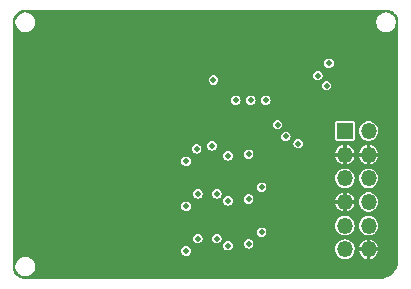
<source format=gbl>
G04 #@! TF.GenerationSoftware,KiCad,Pcbnew,8.0.5*
G04 #@! TF.CreationDate,2024-10-22T05:21:46-04:00*
G04 #@! TF.ProjectId,WarpSE-Overclocking-Board,57617270-5345-42d4-9f76-6572636c6f63,1.0*
G04 #@! TF.SameCoordinates,Original*
G04 #@! TF.FileFunction,Copper,L4,Bot*
G04 #@! TF.FilePolarity,Positive*
%FSLAX46Y46*%
G04 Gerber Fmt 4.6, Leading zero omitted, Abs format (unit mm)*
G04 Created by KiCad (PCBNEW 8.0.5) date 2024-10-22 05:21:46*
%MOMM*%
%LPD*%
G01*
G04 APERTURE LIST*
G04 #@! TA.AperFunction,ComponentPad*
%ADD10R,1.350000X1.350000*%
G04 #@! TD*
G04 #@! TA.AperFunction,ComponentPad*
%ADD11O,1.350000X1.350000*%
G04 #@! TD*
G04 #@! TA.AperFunction,ViaPad*
%ADD12C,0.500000*%
G04 #@! TD*
G04 #@! TA.AperFunction,ViaPad*
%ADD13C,0.600000*%
G04 #@! TD*
G04 APERTURE END LIST*
D10*
X103650000Y-116600000D03*
D11*
X105650000Y-116600000D03*
X103650000Y-118600000D03*
X105650000Y-118600000D03*
X103650000Y-120600000D03*
X105650000Y-120600000D03*
X103650000Y-122600000D03*
X105650000Y-122600000D03*
X103650000Y-124600000D03*
X105650000Y-124600000D03*
X103650000Y-126600000D03*
X105650000Y-126600000D03*
D12*
X75819000Y-117729000D03*
X95450000Y-123700000D03*
X99885500Y-106616500D03*
X107886500Y-120269000D03*
X77851000Y-128841500D03*
X75819000Y-126809500D03*
X91100000Y-120600000D03*
X102150000Y-115750000D03*
X91100000Y-128200000D03*
X102400000Y-120200000D03*
X107886500Y-115189000D03*
X98800000Y-128850000D03*
X77851000Y-106616500D03*
D13*
X93154500Y-108712000D03*
D12*
X75819000Y-123825000D03*
X102250000Y-123950000D03*
X99750000Y-111900000D03*
X99900000Y-120250000D03*
X87630000Y-128841500D03*
X107886500Y-122809000D03*
X93750000Y-127500000D03*
D13*
X94424500Y-108712000D03*
D12*
X103350000Y-114400000D03*
X104300000Y-113550000D03*
X98800000Y-121250000D03*
X90200000Y-120150000D03*
X98800000Y-110850000D03*
X106934000Y-128778000D03*
X82550000Y-106616500D03*
X105854500Y-106616500D03*
X93750000Y-123700000D03*
X107886500Y-108648500D03*
X75819000Y-114681000D03*
D13*
X91884500Y-108712000D03*
D12*
X91100000Y-124400000D03*
X99900000Y-127850000D03*
X93750000Y-119900000D03*
X101250000Y-115150000D03*
X75819000Y-120777000D03*
X107886500Y-125349000D03*
X95450000Y-127500000D03*
X85090000Y-128841500D03*
X107886500Y-117729000D03*
X75819000Y-111633000D03*
X82550000Y-128841500D03*
X90200000Y-127750000D03*
X95600000Y-117750000D03*
X75819000Y-108648500D03*
X101854000Y-128778000D03*
X92671000Y-128841500D03*
X102600000Y-110100000D03*
X90170000Y-128841500D03*
X107886500Y-110617000D03*
X104300000Y-115250000D03*
X98800000Y-125050000D03*
X103400000Y-111050000D03*
X101350000Y-117650000D03*
X102870000Y-106616500D03*
X90170000Y-106616500D03*
X99900000Y-124050000D03*
D13*
X96964500Y-108712000D03*
D12*
X107823000Y-127889000D03*
X99000000Y-112700000D03*
X96330000Y-116090000D03*
D13*
X95694500Y-108712000D03*
D12*
X95450000Y-119900000D03*
X87630000Y-106616500D03*
X107886500Y-112649000D03*
X85090000Y-106616500D03*
X90200000Y-123950000D03*
X104300000Y-110100000D03*
X95500000Y-118550000D03*
X97950000Y-116050000D03*
X93750000Y-122500000D03*
X92800000Y-121900000D03*
X92400000Y-117850000D03*
X96600000Y-121350000D03*
X95500000Y-122350000D03*
X101350000Y-111900000D03*
X102100000Y-112750000D03*
X95500000Y-126150000D03*
X93750000Y-118700000D03*
X99700000Y-117650000D03*
X92800000Y-125700000D03*
X93750000Y-126300000D03*
X98650000Y-117050000D03*
X102300000Y-110850000D03*
X96600000Y-125150000D03*
X95694500Y-113982500D03*
X94424500Y-113982500D03*
X96964500Y-113982500D03*
X90200000Y-122950000D03*
X90200000Y-126750000D03*
X90200000Y-119150000D03*
X91200000Y-125700000D03*
X91200000Y-121900000D03*
X91100000Y-118100000D03*
X92519500Y-112268000D03*
G04 #@! TA.AperFunction,Conductor*
G36*
X107127723Y-106325182D02*
G01*
X107301003Y-106340342D01*
X107313704Y-106342581D01*
X107478604Y-106386765D01*
X107490713Y-106391173D01*
X107645439Y-106463323D01*
X107656600Y-106469767D01*
X107772324Y-106550798D01*
X107796437Y-106567682D01*
X107806318Y-106575973D01*
X107927026Y-106696681D01*
X107935317Y-106706562D01*
X108033229Y-106846394D01*
X108039679Y-106857565D01*
X108111823Y-107012278D01*
X108116235Y-107024400D01*
X108160418Y-107189296D01*
X108162657Y-107201998D01*
X108177818Y-107375276D01*
X108178100Y-107381726D01*
X108178100Y-127505363D01*
X108177911Y-127510642D01*
X108161936Y-127733992D01*
X108160434Y-127744443D01*
X108113396Y-127960676D01*
X108110421Y-127970807D01*
X108033093Y-128178129D01*
X108028707Y-128187732D01*
X107922655Y-128381952D01*
X107916947Y-128390834D01*
X107784343Y-128567973D01*
X107777429Y-128575953D01*
X107620953Y-128732429D01*
X107612973Y-128739343D01*
X107435834Y-128871947D01*
X107426952Y-128877655D01*
X107232732Y-128983707D01*
X107223129Y-128988093D01*
X107015807Y-129065421D01*
X107005676Y-129068396D01*
X106789443Y-129115434D01*
X106778992Y-129116936D01*
X106555643Y-129132911D01*
X106550364Y-129133100D01*
X76584227Y-129133100D01*
X76577777Y-129132818D01*
X76404498Y-129117657D01*
X76391796Y-129115418D01*
X76226900Y-129071235D01*
X76214778Y-129066823D01*
X76211771Y-129065421D01*
X76060064Y-128994678D01*
X76048894Y-128988229D01*
X75909062Y-128890317D01*
X75899181Y-128882026D01*
X75778473Y-128761318D01*
X75770182Y-128751437D01*
X75759491Y-128736169D01*
X75672267Y-128611600D01*
X75665823Y-128600439D01*
X75593673Y-128445713D01*
X75589265Y-128433604D01*
X75545081Y-128268703D01*
X75542842Y-128256001D01*
X75540996Y-128234906D01*
X75527682Y-128082723D01*
X75527400Y-128076273D01*
X75527400Y-127998097D01*
X75754500Y-127998097D01*
X75754500Y-128160903D01*
X75759837Y-128187732D01*
X75786260Y-128320575D01*
X75786263Y-128320585D01*
X75848563Y-128470992D01*
X75848564Y-128470994D01*
X75848565Y-128470995D01*
X75939016Y-128606363D01*
X76054137Y-128721484D01*
X76189505Y-128811935D01*
X76339919Y-128874238D01*
X76499597Y-128906000D01*
X76499599Y-128906000D01*
X76662401Y-128906000D01*
X76662403Y-128906000D01*
X76822081Y-128874238D01*
X76972495Y-128811935D01*
X77107863Y-128721484D01*
X77222984Y-128606363D01*
X77313435Y-128470995D01*
X77375738Y-128320581D01*
X77407500Y-128160903D01*
X77407500Y-127998097D01*
X77375738Y-127838419D01*
X77313435Y-127688005D01*
X77222984Y-127552637D01*
X77107863Y-127437516D01*
X76972495Y-127347065D01*
X76972494Y-127347064D01*
X76972492Y-127347063D01*
X76822085Y-127284763D01*
X76822075Y-127284760D01*
X76715145Y-127263491D01*
X76662403Y-127253000D01*
X76499597Y-127253000D01*
X76454331Y-127262003D01*
X76339924Y-127284760D01*
X76339914Y-127284763D01*
X76189507Y-127347063D01*
X76054140Y-127437513D01*
X75939013Y-127552640D01*
X75848563Y-127688007D01*
X75786263Y-127838414D01*
X75786260Y-127838424D01*
X75759928Y-127970807D01*
X75754500Y-127998097D01*
X75527400Y-127998097D01*
X75527400Y-126750000D01*
X89794508Y-126750000D01*
X89814353Y-126875301D01*
X89814353Y-126875302D01*
X89814354Y-126875304D01*
X89871950Y-126988342D01*
X89961658Y-127078050D01*
X90074696Y-127135646D01*
X90200000Y-127155492D01*
X90325304Y-127135646D01*
X90438342Y-127078050D01*
X90528050Y-126988342D01*
X90585646Y-126875304D01*
X90605492Y-126750000D01*
X90585646Y-126624696D01*
X90528050Y-126511658D01*
X90438342Y-126421950D01*
X90325304Y-126364354D01*
X90325302Y-126364353D01*
X90325301Y-126364353D01*
X90200000Y-126344508D01*
X90074698Y-126364353D01*
X89961656Y-126421951D01*
X89871951Y-126511656D01*
X89814353Y-126624698D01*
X89794508Y-126750000D01*
X75527400Y-126750000D01*
X75527400Y-126300000D01*
X93344508Y-126300000D01*
X93364353Y-126425301D01*
X93364353Y-126425302D01*
X93364354Y-126425304D01*
X93421950Y-126538342D01*
X93511658Y-126628050D01*
X93624696Y-126685646D01*
X93750000Y-126705492D01*
X93875304Y-126685646D01*
X93988342Y-126628050D01*
X94016392Y-126600000D01*
X102819953Y-126600000D01*
X102835719Y-126750000D01*
X102838093Y-126772581D01*
X102891711Y-126937605D01*
X102891716Y-126937615D01*
X102978475Y-127087885D01*
X102978478Y-127087890D01*
X103094592Y-127216847D01*
X103234969Y-127318838D01*
X103234976Y-127318842D01*
X103393501Y-127389422D01*
X103563236Y-127425500D01*
X103563237Y-127425500D01*
X103736763Y-127425500D01*
X103736764Y-127425500D01*
X103906499Y-127389422D01*
X104065024Y-127318842D01*
X104065625Y-127318406D01*
X104205407Y-127216847D01*
X104205406Y-127216847D01*
X104205410Y-127216845D01*
X104321522Y-127087889D01*
X104408286Y-126937611D01*
X104461908Y-126772576D01*
X104480047Y-126600000D01*
X104464281Y-126449999D01*
X104836222Y-126449999D01*
X104836222Y-126450000D01*
X105276082Y-126450000D01*
X105250000Y-126547339D01*
X105250000Y-126652661D01*
X105276082Y-126750000D01*
X104836222Y-126750000D01*
X104838585Y-126772478D01*
X104892172Y-126937402D01*
X104978882Y-127087591D01*
X104978885Y-127087594D01*
X105094929Y-127216473D01*
X105235221Y-127318402D01*
X105235228Y-127318406D01*
X105393655Y-127388942D01*
X105393657Y-127388943D01*
X105500000Y-127411546D01*
X105500000Y-126973918D01*
X105597339Y-127000000D01*
X105702661Y-127000000D01*
X105800000Y-126973918D01*
X105800000Y-127411545D01*
X105906342Y-127388943D01*
X105906344Y-127388942D01*
X106064771Y-127318406D01*
X106064778Y-127318402D01*
X106205070Y-127216473D01*
X106321114Y-127087594D01*
X106321117Y-127087591D01*
X106407827Y-126937402D01*
X106461414Y-126772478D01*
X106463778Y-126750000D01*
X106023918Y-126750000D01*
X106050000Y-126652661D01*
X106050000Y-126547339D01*
X106023918Y-126450000D01*
X106463778Y-126450000D01*
X106463777Y-126449999D01*
X106461414Y-126427521D01*
X106407827Y-126262597D01*
X106321117Y-126112408D01*
X106321114Y-126112405D01*
X106205070Y-125983526D01*
X106064778Y-125881597D01*
X106064771Y-125881593D01*
X105906349Y-125811059D01*
X105800000Y-125788452D01*
X105800000Y-126226081D01*
X105702661Y-126200000D01*
X105597339Y-126200000D01*
X105500000Y-126226081D01*
X105500000Y-125788452D01*
X105499999Y-125788452D01*
X105393650Y-125811059D01*
X105235228Y-125881593D01*
X105235221Y-125881597D01*
X105094929Y-125983526D01*
X104978885Y-126112405D01*
X104978882Y-126112408D01*
X104892172Y-126262597D01*
X104838585Y-126427521D01*
X104836222Y-126449999D01*
X104464281Y-126449999D01*
X104461908Y-126427424D01*
X104441416Y-126364354D01*
X104408288Y-126262394D01*
X104408283Y-126262384D01*
X104321524Y-126112114D01*
X104321521Y-126112109D01*
X104205407Y-125983152D01*
X104065030Y-125881161D01*
X104065023Y-125881157D01*
X103906500Y-125810578D01*
X103906498Y-125810577D01*
X103772841Y-125782168D01*
X103736764Y-125774500D01*
X103563236Y-125774500D01*
X103533483Y-125780824D01*
X103393501Y-125810577D01*
X103393499Y-125810578D01*
X103234978Y-125881156D01*
X103234973Y-125881159D01*
X103094592Y-125983152D01*
X102978478Y-126112109D01*
X102978475Y-126112114D01*
X102891716Y-126262384D01*
X102891711Y-126262394D01*
X102838093Y-126427418D01*
X102838092Y-126427422D01*
X102838092Y-126427424D01*
X102819953Y-126600000D01*
X94016392Y-126600000D01*
X94078050Y-126538342D01*
X94135646Y-126425304D01*
X94155492Y-126300000D01*
X94135646Y-126174696D01*
X94123063Y-126150000D01*
X95094508Y-126150000D01*
X95114353Y-126275301D01*
X95114353Y-126275302D01*
X95114354Y-126275304D01*
X95171950Y-126388342D01*
X95261658Y-126478050D01*
X95374696Y-126535646D01*
X95500000Y-126555492D01*
X95625304Y-126535646D01*
X95738342Y-126478050D01*
X95828050Y-126388342D01*
X95885646Y-126275304D01*
X95905492Y-126150000D01*
X95885646Y-126024696D01*
X95828050Y-125911658D01*
X95738342Y-125821950D01*
X95625304Y-125764354D01*
X95625302Y-125764353D01*
X95625301Y-125764353D01*
X95500000Y-125744508D01*
X95374698Y-125764353D01*
X95261656Y-125821951D01*
X95171951Y-125911656D01*
X95114353Y-126024698D01*
X95094508Y-126150000D01*
X94123063Y-126150000D01*
X94078050Y-126061658D01*
X93988342Y-125971950D01*
X93875304Y-125914354D01*
X93875302Y-125914353D01*
X93875301Y-125914353D01*
X93750000Y-125894508D01*
X93624698Y-125914353D01*
X93511656Y-125971951D01*
X93421951Y-126061656D01*
X93364353Y-126174698D01*
X93344508Y-126300000D01*
X75527400Y-126300000D01*
X75527400Y-125700000D01*
X90794508Y-125700000D01*
X90814353Y-125825301D01*
X90814353Y-125825302D01*
X90814354Y-125825304D01*
X90871950Y-125938342D01*
X90961658Y-126028050D01*
X91074696Y-126085646D01*
X91200000Y-126105492D01*
X91325304Y-126085646D01*
X91438342Y-126028050D01*
X91528050Y-125938342D01*
X91585646Y-125825304D01*
X91605492Y-125700000D01*
X92394508Y-125700000D01*
X92414353Y-125825301D01*
X92414353Y-125825302D01*
X92414354Y-125825304D01*
X92471950Y-125938342D01*
X92561658Y-126028050D01*
X92674696Y-126085646D01*
X92800000Y-126105492D01*
X92925304Y-126085646D01*
X93038342Y-126028050D01*
X93128050Y-125938342D01*
X93185646Y-125825304D01*
X93205492Y-125700000D01*
X93185646Y-125574696D01*
X93128050Y-125461658D01*
X93038342Y-125371950D01*
X92925304Y-125314354D01*
X92925302Y-125314353D01*
X92925301Y-125314353D01*
X92800000Y-125294508D01*
X92674698Y-125314353D01*
X92561656Y-125371951D01*
X92471951Y-125461656D01*
X92414353Y-125574698D01*
X92394508Y-125700000D01*
X91605492Y-125700000D01*
X91585646Y-125574696D01*
X91528050Y-125461658D01*
X91438342Y-125371950D01*
X91325304Y-125314354D01*
X91325302Y-125314353D01*
X91325301Y-125314353D01*
X91200000Y-125294508D01*
X91074698Y-125314353D01*
X90961656Y-125371951D01*
X90871951Y-125461656D01*
X90814353Y-125574698D01*
X90794508Y-125700000D01*
X75527400Y-125700000D01*
X75527400Y-125150000D01*
X96194508Y-125150000D01*
X96214353Y-125275301D01*
X96214353Y-125275302D01*
X96214354Y-125275304D01*
X96271950Y-125388342D01*
X96361658Y-125478050D01*
X96474696Y-125535646D01*
X96600000Y-125555492D01*
X96725304Y-125535646D01*
X96838342Y-125478050D01*
X96928050Y-125388342D01*
X96985646Y-125275304D01*
X97005492Y-125150000D01*
X96985646Y-125024696D01*
X96928050Y-124911658D01*
X96838342Y-124821950D01*
X96725304Y-124764354D01*
X96725302Y-124764353D01*
X96725301Y-124764353D01*
X96600000Y-124744508D01*
X96474698Y-124764353D01*
X96474696Y-124764353D01*
X96474696Y-124764354D01*
X96458550Y-124772581D01*
X96361656Y-124821951D01*
X96271951Y-124911656D01*
X96214353Y-125024698D01*
X96194508Y-125150000D01*
X75527400Y-125150000D01*
X75527400Y-124600000D01*
X102819953Y-124600000D01*
X102838093Y-124772581D01*
X102891711Y-124937605D01*
X102891716Y-124937615D01*
X102978475Y-125087885D01*
X102978478Y-125087890D01*
X103094592Y-125216847D01*
X103234969Y-125318838D01*
X103234976Y-125318842D01*
X103393501Y-125389422D01*
X103563236Y-125425500D01*
X103563237Y-125425500D01*
X103736763Y-125425500D01*
X103736764Y-125425500D01*
X103906499Y-125389422D01*
X104065024Y-125318842D01*
X104071202Y-125314354D01*
X104205407Y-125216847D01*
X104205406Y-125216847D01*
X104205410Y-125216845D01*
X104321522Y-125087889D01*
X104408286Y-124937611D01*
X104461908Y-124772576D01*
X104480047Y-124600000D01*
X104819953Y-124600000D01*
X104838093Y-124772581D01*
X104891711Y-124937605D01*
X104891716Y-124937615D01*
X104978475Y-125087885D01*
X104978478Y-125087890D01*
X105094592Y-125216847D01*
X105234969Y-125318838D01*
X105234976Y-125318842D01*
X105393501Y-125389422D01*
X105563236Y-125425500D01*
X105563237Y-125425500D01*
X105736763Y-125425500D01*
X105736764Y-125425500D01*
X105906499Y-125389422D01*
X106065024Y-125318842D01*
X106071202Y-125314354D01*
X106205407Y-125216847D01*
X106205406Y-125216847D01*
X106205410Y-125216845D01*
X106321522Y-125087889D01*
X106408286Y-124937611D01*
X106461908Y-124772576D01*
X106480047Y-124600000D01*
X106461908Y-124427424D01*
X106408286Y-124262389D01*
X106321522Y-124112111D01*
X106321521Y-124112109D01*
X106205407Y-123983152D01*
X106065030Y-123881161D01*
X106065023Y-123881157D01*
X105906500Y-123810578D01*
X105906498Y-123810577D01*
X105772841Y-123782168D01*
X105736764Y-123774500D01*
X105563236Y-123774500D01*
X105533483Y-123780824D01*
X105393501Y-123810577D01*
X105393499Y-123810578D01*
X105234978Y-123881156D01*
X105234973Y-123881159D01*
X105094592Y-123983152D01*
X104978478Y-124112109D01*
X104978475Y-124112114D01*
X104891716Y-124262384D01*
X104891711Y-124262394D01*
X104838093Y-124427418D01*
X104819953Y-124600000D01*
X104480047Y-124600000D01*
X104461908Y-124427424D01*
X104408286Y-124262389D01*
X104321522Y-124112111D01*
X104321521Y-124112109D01*
X104205407Y-123983152D01*
X104065030Y-123881161D01*
X104065023Y-123881157D01*
X103906500Y-123810578D01*
X103906498Y-123810577D01*
X103772841Y-123782168D01*
X103736764Y-123774500D01*
X103563236Y-123774500D01*
X103533483Y-123780824D01*
X103393501Y-123810577D01*
X103393499Y-123810578D01*
X103234978Y-123881156D01*
X103234973Y-123881159D01*
X103094592Y-123983152D01*
X102978478Y-124112109D01*
X102978475Y-124112114D01*
X102891716Y-124262384D01*
X102891711Y-124262394D01*
X102838093Y-124427418D01*
X102819953Y-124600000D01*
X75527400Y-124600000D01*
X75527400Y-122950000D01*
X89794508Y-122950000D01*
X89814353Y-123075301D01*
X89814353Y-123075302D01*
X89814354Y-123075304D01*
X89871950Y-123188342D01*
X89961658Y-123278050D01*
X90074696Y-123335646D01*
X90200000Y-123355492D01*
X90325304Y-123335646D01*
X90438342Y-123278050D01*
X90528050Y-123188342D01*
X90585646Y-123075304D01*
X90605492Y-122950000D01*
X90585646Y-122824696D01*
X90528050Y-122711658D01*
X90438342Y-122621950D01*
X90325304Y-122564354D01*
X90325302Y-122564353D01*
X90325301Y-122564353D01*
X90200000Y-122544508D01*
X90074698Y-122564353D01*
X89961656Y-122621951D01*
X89871951Y-122711656D01*
X89814353Y-122824698D01*
X89794508Y-122950000D01*
X75527400Y-122950000D01*
X75527400Y-122500000D01*
X93344508Y-122500000D01*
X93364353Y-122625301D01*
X93364353Y-122625302D01*
X93364354Y-122625304D01*
X93421950Y-122738342D01*
X93511658Y-122828050D01*
X93624696Y-122885646D01*
X93750000Y-122905492D01*
X93875304Y-122885646D01*
X93988342Y-122828050D01*
X94078050Y-122738342D01*
X94135646Y-122625304D01*
X94155492Y-122500000D01*
X94135646Y-122374696D01*
X94123063Y-122350000D01*
X95094508Y-122350000D01*
X95114353Y-122475301D01*
X95114353Y-122475302D01*
X95114354Y-122475304D01*
X95171950Y-122588342D01*
X95261658Y-122678050D01*
X95374696Y-122735646D01*
X95500000Y-122755492D01*
X95625304Y-122735646D01*
X95738342Y-122678050D01*
X95828050Y-122588342D01*
X95885646Y-122475304D01*
X95889654Y-122449999D01*
X102836222Y-122449999D01*
X102836222Y-122450000D01*
X103276082Y-122450000D01*
X103250000Y-122547339D01*
X103250000Y-122652661D01*
X103276082Y-122750000D01*
X102836222Y-122750000D01*
X102838585Y-122772478D01*
X102892172Y-122937402D01*
X102978882Y-123087591D01*
X102978885Y-123087594D01*
X103094929Y-123216473D01*
X103235221Y-123318402D01*
X103235228Y-123318406D01*
X103393655Y-123388942D01*
X103393657Y-123388943D01*
X103500000Y-123411546D01*
X103500000Y-122973918D01*
X103597339Y-123000000D01*
X103702661Y-123000000D01*
X103800000Y-122973918D01*
X103800000Y-123411545D01*
X103906342Y-123388943D01*
X103906344Y-123388942D01*
X104064771Y-123318406D01*
X104064778Y-123318402D01*
X104205070Y-123216473D01*
X104321114Y-123087594D01*
X104321117Y-123087591D01*
X104407827Y-122937402D01*
X104461414Y-122772478D01*
X104463778Y-122750000D01*
X104023918Y-122750000D01*
X104050000Y-122652661D01*
X104050000Y-122600000D01*
X104819953Y-122600000D01*
X104836296Y-122755492D01*
X104838093Y-122772581D01*
X104891711Y-122937605D01*
X104891716Y-122937615D01*
X104978475Y-123087885D01*
X104978478Y-123087890D01*
X105094592Y-123216847D01*
X105234969Y-123318838D01*
X105234976Y-123318842D01*
X105393501Y-123389422D01*
X105563236Y-123425500D01*
X105563237Y-123425500D01*
X105736763Y-123425500D01*
X105736764Y-123425500D01*
X105906499Y-123389422D01*
X106065024Y-123318842D01*
X106065625Y-123318406D01*
X106205407Y-123216847D01*
X106205406Y-123216847D01*
X106205410Y-123216845D01*
X106321522Y-123087889D01*
X106408286Y-122937611D01*
X106461908Y-122772576D01*
X106480047Y-122600000D01*
X106461908Y-122427424D01*
X106422291Y-122305492D01*
X106408288Y-122262394D01*
X106408283Y-122262384D01*
X106321524Y-122112114D01*
X106321521Y-122112109D01*
X106205407Y-121983152D01*
X106065030Y-121881161D01*
X106065023Y-121881157D01*
X105906500Y-121810578D01*
X105906498Y-121810577D01*
X105772841Y-121782168D01*
X105736764Y-121774500D01*
X105563236Y-121774500D01*
X105533483Y-121780824D01*
X105393501Y-121810577D01*
X105393499Y-121810578D01*
X105234978Y-121881156D01*
X105234973Y-121881159D01*
X105094592Y-121983152D01*
X104978478Y-122112109D01*
X104978475Y-122112114D01*
X104891716Y-122262384D01*
X104891711Y-122262394D01*
X104838093Y-122427418D01*
X104838092Y-122427422D01*
X104838092Y-122427424D01*
X104819953Y-122600000D01*
X104050000Y-122600000D01*
X104050000Y-122547339D01*
X104023918Y-122450000D01*
X104463778Y-122450000D01*
X104463777Y-122449999D01*
X104461414Y-122427521D01*
X104407827Y-122262597D01*
X104321117Y-122112408D01*
X104321114Y-122112405D01*
X104205070Y-121983526D01*
X104064778Y-121881597D01*
X104064771Y-121881593D01*
X103906349Y-121811059D01*
X103800000Y-121788452D01*
X103800000Y-122226081D01*
X103702661Y-122200000D01*
X103597339Y-122200000D01*
X103500000Y-122226081D01*
X103500000Y-121788452D01*
X103499999Y-121788452D01*
X103393650Y-121811059D01*
X103235228Y-121881593D01*
X103235221Y-121881597D01*
X103094929Y-121983526D01*
X102978885Y-122112405D01*
X102978882Y-122112408D01*
X102892172Y-122262597D01*
X102838585Y-122427521D01*
X102836222Y-122449999D01*
X95889654Y-122449999D01*
X95905492Y-122350000D01*
X95885646Y-122224696D01*
X95828050Y-122111658D01*
X95738342Y-122021950D01*
X95625304Y-121964354D01*
X95625302Y-121964353D01*
X95625301Y-121964353D01*
X95500000Y-121944508D01*
X95374698Y-121964353D01*
X95261656Y-122021951D01*
X95171951Y-122111656D01*
X95114353Y-122224698D01*
X95094508Y-122350000D01*
X94123063Y-122350000D01*
X94078050Y-122261658D01*
X93988342Y-122171950D01*
X93875304Y-122114354D01*
X93875302Y-122114353D01*
X93875301Y-122114353D01*
X93750000Y-122094508D01*
X93624698Y-122114353D01*
X93511656Y-122171951D01*
X93421951Y-122261656D01*
X93364353Y-122374698D01*
X93344508Y-122500000D01*
X75527400Y-122500000D01*
X75527400Y-121900000D01*
X90794508Y-121900000D01*
X90814353Y-122025301D01*
X90814353Y-122025302D01*
X90814354Y-122025304D01*
X90871950Y-122138342D01*
X90961658Y-122228050D01*
X91074696Y-122285646D01*
X91200000Y-122305492D01*
X91325304Y-122285646D01*
X91438342Y-122228050D01*
X91528050Y-122138342D01*
X91585646Y-122025304D01*
X91605492Y-121900000D01*
X92394508Y-121900000D01*
X92414353Y-122025301D01*
X92414353Y-122025302D01*
X92414354Y-122025304D01*
X92471950Y-122138342D01*
X92561658Y-122228050D01*
X92674696Y-122285646D01*
X92800000Y-122305492D01*
X92925304Y-122285646D01*
X93038342Y-122228050D01*
X93128050Y-122138342D01*
X93185646Y-122025304D01*
X93205492Y-121900000D01*
X93185646Y-121774696D01*
X93128050Y-121661658D01*
X93038342Y-121571950D01*
X92925304Y-121514354D01*
X92925302Y-121514353D01*
X92925301Y-121514353D01*
X92800000Y-121494508D01*
X92674698Y-121514353D01*
X92561656Y-121571951D01*
X92471951Y-121661656D01*
X92414353Y-121774698D01*
X92394508Y-121900000D01*
X91605492Y-121900000D01*
X91585646Y-121774696D01*
X91528050Y-121661658D01*
X91438342Y-121571950D01*
X91325304Y-121514354D01*
X91325302Y-121514353D01*
X91325301Y-121514353D01*
X91200000Y-121494508D01*
X91074698Y-121514353D01*
X90961656Y-121571951D01*
X90871951Y-121661656D01*
X90814353Y-121774698D01*
X90794508Y-121900000D01*
X75527400Y-121900000D01*
X75527400Y-121350000D01*
X96194508Y-121350000D01*
X96214353Y-121475301D01*
X96214353Y-121475302D01*
X96214354Y-121475304D01*
X96271950Y-121588342D01*
X96361658Y-121678050D01*
X96474696Y-121735646D01*
X96600000Y-121755492D01*
X96725304Y-121735646D01*
X96838342Y-121678050D01*
X96928050Y-121588342D01*
X96985646Y-121475304D01*
X97005492Y-121350000D01*
X96985646Y-121224696D01*
X96928050Y-121111658D01*
X96838342Y-121021950D01*
X96725304Y-120964354D01*
X96725302Y-120964353D01*
X96725301Y-120964353D01*
X96600000Y-120944508D01*
X96474698Y-120964353D01*
X96361656Y-121021951D01*
X96271951Y-121111656D01*
X96214353Y-121224698D01*
X96194508Y-121350000D01*
X75527400Y-121350000D01*
X75527400Y-120600000D01*
X102819953Y-120600000D01*
X102838093Y-120772581D01*
X102891711Y-120937605D01*
X102891716Y-120937615D01*
X102978475Y-121087885D01*
X102978478Y-121087890D01*
X103094592Y-121216847D01*
X103234969Y-121318838D01*
X103234976Y-121318842D01*
X103393501Y-121389422D01*
X103563236Y-121425500D01*
X103563237Y-121425500D01*
X103736763Y-121425500D01*
X103736764Y-121425500D01*
X103906499Y-121389422D01*
X104065024Y-121318842D01*
X104205410Y-121216845D01*
X104321522Y-121087889D01*
X104408286Y-120937611D01*
X104461908Y-120772576D01*
X104480047Y-120600000D01*
X104819953Y-120600000D01*
X104838093Y-120772581D01*
X104891711Y-120937605D01*
X104891716Y-120937615D01*
X104978475Y-121087885D01*
X104978478Y-121087890D01*
X105094592Y-121216847D01*
X105234969Y-121318838D01*
X105234976Y-121318842D01*
X105393501Y-121389422D01*
X105563236Y-121425500D01*
X105563237Y-121425500D01*
X105736763Y-121425500D01*
X105736764Y-121425500D01*
X105906499Y-121389422D01*
X106065024Y-121318842D01*
X106205410Y-121216845D01*
X106321522Y-121087889D01*
X106408286Y-120937611D01*
X106461908Y-120772576D01*
X106480047Y-120600000D01*
X106461908Y-120427424D01*
X106408286Y-120262389D01*
X106321522Y-120112111D01*
X106321521Y-120112109D01*
X106205407Y-119983152D01*
X106065030Y-119881161D01*
X106065023Y-119881157D01*
X105906500Y-119810578D01*
X105906498Y-119810577D01*
X105772841Y-119782168D01*
X105736764Y-119774500D01*
X105563236Y-119774500D01*
X105533483Y-119780824D01*
X105393501Y-119810577D01*
X105393499Y-119810578D01*
X105234978Y-119881156D01*
X105234973Y-119881159D01*
X105094592Y-119983152D01*
X104978478Y-120112109D01*
X104978475Y-120112114D01*
X104891716Y-120262384D01*
X104891711Y-120262394D01*
X104838093Y-120427418D01*
X104819953Y-120600000D01*
X104480047Y-120600000D01*
X104461908Y-120427424D01*
X104408286Y-120262389D01*
X104321522Y-120112111D01*
X104321521Y-120112109D01*
X104205407Y-119983152D01*
X104065030Y-119881161D01*
X104065023Y-119881157D01*
X103906500Y-119810578D01*
X103906498Y-119810577D01*
X103772841Y-119782168D01*
X103736764Y-119774500D01*
X103563236Y-119774500D01*
X103533483Y-119780824D01*
X103393501Y-119810577D01*
X103393499Y-119810578D01*
X103234978Y-119881156D01*
X103234973Y-119881159D01*
X103094592Y-119983152D01*
X102978478Y-120112109D01*
X102978475Y-120112114D01*
X102891716Y-120262384D01*
X102891711Y-120262394D01*
X102838093Y-120427418D01*
X102819953Y-120600000D01*
X75527400Y-120600000D01*
X75527400Y-119150000D01*
X89794508Y-119150000D01*
X89814353Y-119275301D01*
X89814353Y-119275302D01*
X89814354Y-119275304D01*
X89871950Y-119388342D01*
X89961658Y-119478050D01*
X90074696Y-119535646D01*
X90200000Y-119555492D01*
X90325304Y-119535646D01*
X90438342Y-119478050D01*
X90528050Y-119388342D01*
X90585646Y-119275304D01*
X90605492Y-119150000D01*
X90585646Y-119024696D01*
X90528050Y-118911658D01*
X90438342Y-118821950D01*
X90325304Y-118764354D01*
X90325302Y-118764353D01*
X90325301Y-118764353D01*
X90200000Y-118744508D01*
X90074698Y-118764353D01*
X89961656Y-118821951D01*
X89871951Y-118911656D01*
X89814353Y-119024698D01*
X89794508Y-119150000D01*
X75527400Y-119150000D01*
X75527400Y-118700000D01*
X93344508Y-118700000D01*
X93364353Y-118825301D01*
X93364353Y-118825302D01*
X93364354Y-118825304D01*
X93421950Y-118938342D01*
X93511658Y-119028050D01*
X93624696Y-119085646D01*
X93750000Y-119105492D01*
X93875304Y-119085646D01*
X93988342Y-119028050D01*
X94078050Y-118938342D01*
X94135646Y-118825304D01*
X94155492Y-118700000D01*
X94135646Y-118574696D01*
X94123063Y-118550000D01*
X95094508Y-118550000D01*
X95114353Y-118675301D01*
X95114353Y-118675302D01*
X95114354Y-118675304D01*
X95171950Y-118788342D01*
X95261658Y-118878050D01*
X95374696Y-118935646D01*
X95500000Y-118955492D01*
X95625304Y-118935646D01*
X95738342Y-118878050D01*
X95828050Y-118788342D01*
X95885646Y-118675304D01*
X95905492Y-118550000D01*
X95889654Y-118449999D01*
X102836222Y-118449999D01*
X102836222Y-118450000D01*
X103276082Y-118450000D01*
X103250000Y-118547339D01*
X103250000Y-118652661D01*
X103276082Y-118750000D01*
X102836222Y-118750000D01*
X102838585Y-118772478D01*
X102892172Y-118937402D01*
X102978882Y-119087591D01*
X102978885Y-119087594D01*
X103094929Y-119216473D01*
X103235221Y-119318402D01*
X103235228Y-119318406D01*
X103393655Y-119388942D01*
X103393657Y-119388943D01*
X103500000Y-119411546D01*
X103500000Y-118973918D01*
X103597339Y-119000000D01*
X103702661Y-119000000D01*
X103800000Y-118973918D01*
X103800000Y-119411545D01*
X103906342Y-119388943D01*
X103906344Y-119388942D01*
X104064771Y-119318406D01*
X104064778Y-119318402D01*
X104205070Y-119216473D01*
X104321114Y-119087594D01*
X104321117Y-119087591D01*
X104407827Y-118937402D01*
X104461414Y-118772478D01*
X104463778Y-118750000D01*
X104023918Y-118750000D01*
X104050000Y-118652661D01*
X104050000Y-118547339D01*
X104023918Y-118450000D01*
X104463778Y-118450000D01*
X104463777Y-118449999D01*
X104836222Y-118449999D01*
X104836222Y-118450000D01*
X105276082Y-118450000D01*
X105250000Y-118547339D01*
X105250000Y-118652661D01*
X105276082Y-118750000D01*
X104836222Y-118750000D01*
X104838585Y-118772478D01*
X104892172Y-118937402D01*
X104978882Y-119087591D01*
X104978885Y-119087594D01*
X105094929Y-119216473D01*
X105235221Y-119318402D01*
X105235228Y-119318406D01*
X105393655Y-119388942D01*
X105393657Y-119388943D01*
X105500000Y-119411546D01*
X105500000Y-118973918D01*
X105597339Y-119000000D01*
X105702661Y-119000000D01*
X105800000Y-118973918D01*
X105800000Y-119411545D01*
X105906342Y-119388943D01*
X105906344Y-119388942D01*
X106064771Y-119318406D01*
X106064778Y-119318402D01*
X106205070Y-119216473D01*
X106321114Y-119087594D01*
X106321117Y-119087591D01*
X106407827Y-118937402D01*
X106461414Y-118772478D01*
X106463778Y-118750000D01*
X106023918Y-118750000D01*
X106050000Y-118652661D01*
X106050000Y-118547339D01*
X106023918Y-118450000D01*
X106463778Y-118450000D01*
X106463777Y-118449999D01*
X106461414Y-118427521D01*
X106407827Y-118262597D01*
X106321117Y-118112408D01*
X106321114Y-118112405D01*
X106205070Y-117983526D01*
X106064778Y-117881597D01*
X106064771Y-117881593D01*
X105906349Y-117811059D01*
X105800000Y-117788452D01*
X105800000Y-118226081D01*
X105702661Y-118200000D01*
X105597339Y-118200000D01*
X105500000Y-118226081D01*
X105500000Y-117788452D01*
X105499999Y-117788452D01*
X105393650Y-117811059D01*
X105235228Y-117881593D01*
X105235221Y-117881597D01*
X105094929Y-117983526D01*
X104978885Y-118112405D01*
X104978882Y-118112408D01*
X104892172Y-118262597D01*
X104838585Y-118427521D01*
X104836222Y-118449999D01*
X104463777Y-118449999D01*
X104461414Y-118427521D01*
X104407827Y-118262597D01*
X104321117Y-118112408D01*
X104321114Y-118112405D01*
X104205070Y-117983526D01*
X104064778Y-117881597D01*
X104064771Y-117881593D01*
X103906349Y-117811059D01*
X103800000Y-117788452D01*
X103800000Y-118226081D01*
X103702661Y-118200000D01*
X103597339Y-118200000D01*
X103500000Y-118226081D01*
X103500000Y-117788452D01*
X103499999Y-117788452D01*
X103393650Y-117811059D01*
X103235228Y-117881593D01*
X103235221Y-117881597D01*
X103094929Y-117983526D01*
X102978885Y-118112405D01*
X102978882Y-118112408D01*
X102892172Y-118262597D01*
X102838585Y-118427521D01*
X102836222Y-118449999D01*
X95889654Y-118449999D01*
X95885646Y-118424696D01*
X95828050Y-118311658D01*
X95738342Y-118221950D01*
X95625304Y-118164354D01*
X95625302Y-118164353D01*
X95625301Y-118164353D01*
X95500000Y-118144508D01*
X95374698Y-118164353D01*
X95261656Y-118221951D01*
X95171951Y-118311656D01*
X95114353Y-118424698D01*
X95094508Y-118550000D01*
X94123063Y-118550000D01*
X94078050Y-118461658D01*
X93988342Y-118371950D01*
X93875304Y-118314354D01*
X93875302Y-118314353D01*
X93875301Y-118314353D01*
X93750000Y-118294508D01*
X93624698Y-118314353D01*
X93511656Y-118371951D01*
X93421951Y-118461656D01*
X93364353Y-118574698D01*
X93344508Y-118700000D01*
X75527400Y-118700000D01*
X75527400Y-118100000D01*
X90694508Y-118100000D01*
X90714353Y-118225301D01*
X90714353Y-118225302D01*
X90714354Y-118225304D01*
X90771950Y-118338342D01*
X90861658Y-118428050D01*
X90974696Y-118485646D01*
X91100000Y-118505492D01*
X91225304Y-118485646D01*
X91338342Y-118428050D01*
X91428050Y-118338342D01*
X91485646Y-118225304D01*
X91505492Y-118100000D01*
X91485646Y-117974696D01*
X91428050Y-117861658D01*
X91416392Y-117850000D01*
X91994508Y-117850000D01*
X92014353Y-117975301D01*
X92014353Y-117975302D01*
X92014354Y-117975304D01*
X92071950Y-118088342D01*
X92161658Y-118178050D01*
X92274696Y-118235646D01*
X92400000Y-118255492D01*
X92525304Y-118235646D01*
X92638342Y-118178050D01*
X92728050Y-118088342D01*
X92785646Y-117975304D01*
X92805492Y-117850000D01*
X92785646Y-117724696D01*
X92747586Y-117650000D01*
X99294508Y-117650000D01*
X99314353Y-117775301D01*
X99314353Y-117775302D01*
X99314354Y-117775304D01*
X99371950Y-117888342D01*
X99461658Y-117978050D01*
X99574696Y-118035646D01*
X99700000Y-118055492D01*
X99825304Y-118035646D01*
X99938342Y-117978050D01*
X100028050Y-117888342D01*
X100085646Y-117775304D01*
X100105492Y-117650000D01*
X100085646Y-117524696D01*
X100028050Y-117411658D01*
X99938342Y-117321950D01*
X99825304Y-117264354D01*
X99825302Y-117264353D01*
X99825301Y-117264353D01*
X99700000Y-117244508D01*
X99574698Y-117264353D01*
X99461656Y-117321951D01*
X99371951Y-117411656D01*
X99314353Y-117524698D01*
X99294508Y-117650000D01*
X92747586Y-117650000D01*
X92728050Y-117611658D01*
X92638342Y-117521950D01*
X92525304Y-117464354D01*
X92525302Y-117464353D01*
X92525301Y-117464353D01*
X92400000Y-117444508D01*
X92274698Y-117464353D01*
X92161656Y-117521951D01*
X92071951Y-117611656D01*
X92014353Y-117724698D01*
X91994508Y-117850000D01*
X91416392Y-117850000D01*
X91338342Y-117771950D01*
X91225304Y-117714354D01*
X91225302Y-117714353D01*
X91225301Y-117714353D01*
X91100000Y-117694508D01*
X90974698Y-117714353D01*
X90861656Y-117771951D01*
X90771951Y-117861656D01*
X90714353Y-117974698D01*
X90694508Y-118100000D01*
X75527400Y-118100000D01*
X75527400Y-117050000D01*
X98244508Y-117050000D01*
X98264353Y-117175301D01*
X98264353Y-117175302D01*
X98264354Y-117175304D01*
X98321950Y-117288342D01*
X98411658Y-117378050D01*
X98524696Y-117435646D01*
X98650000Y-117455492D01*
X98775304Y-117435646D01*
X98888342Y-117378050D01*
X98978050Y-117288342D01*
X99035646Y-117175304D01*
X99055492Y-117050000D01*
X99035646Y-116924696D01*
X98978050Y-116811658D01*
X98888342Y-116721950D01*
X98775304Y-116664354D01*
X98775302Y-116664353D01*
X98775301Y-116664353D01*
X98650000Y-116644508D01*
X98524698Y-116664353D01*
X98411656Y-116721951D01*
X98321951Y-116811656D01*
X98264353Y-116924698D01*
X98244508Y-117050000D01*
X75527400Y-117050000D01*
X75527400Y-116050000D01*
X97544508Y-116050000D01*
X97564353Y-116175301D01*
X97564353Y-116175302D01*
X97564354Y-116175304D01*
X97621950Y-116288342D01*
X97711658Y-116378050D01*
X97824696Y-116435646D01*
X97950000Y-116455492D01*
X98075304Y-116435646D01*
X98188342Y-116378050D01*
X98278050Y-116288342D01*
X98335646Y-116175304D01*
X98355492Y-116050000D01*
X98335646Y-115924696D01*
X98328250Y-115910180D01*
X102824500Y-115910180D01*
X102824500Y-117289819D01*
X102833233Y-117333722D01*
X102862851Y-117378050D01*
X102866496Y-117383504D01*
X102916278Y-117416767D01*
X102960180Y-117425500D01*
X102960181Y-117425500D01*
X104339819Y-117425500D01*
X104339820Y-117425500D01*
X104383722Y-117416767D01*
X104433504Y-117383504D01*
X104466767Y-117333722D01*
X104475500Y-117289820D01*
X104475500Y-116600000D01*
X104819953Y-116600000D01*
X104838093Y-116772581D01*
X104891711Y-116937605D01*
X104891716Y-116937615D01*
X104978475Y-117087885D01*
X104978478Y-117087890D01*
X105094592Y-117216847D01*
X105234969Y-117318838D01*
X105234976Y-117318842D01*
X105393501Y-117389422D01*
X105563236Y-117425500D01*
X105563237Y-117425500D01*
X105736763Y-117425500D01*
X105736764Y-117425500D01*
X105906499Y-117389422D01*
X106065024Y-117318842D01*
X106104971Y-117289819D01*
X106205407Y-117216847D01*
X106205406Y-117216847D01*
X106205410Y-117216845D01*
X106321522Y-117087889D01*
X106408286Y-116937611D01*
X106461908Y-116772576D01*
X106480047Y-116600000D01*
X106461908Y-116427424D01*
X106416719Y-116288343D01*
X106408288Y-116262394D01*
X106408283Y-116262384D01*
X106321524Y-116112114D01*
X106321521Y-116112109D01*
X106205407Y-115983152D01*
X106065030Y-115881161D01*
X106065023Y-115881157D01*
X105906500Y-115810578D01*
X105906498Y-115810577D01*
X105772841Y-115782168D01*
X105736764Y-115774500D01*
X105563236Y-115774500D01*
X105533483Y-115780824D01*
X105393501Y-115810577D01*
X105393499Y-115810578D01*
X105234978Y-115881156D01*
X105234973Y-115881159D01*
X105094592Y-115983152D01*
X104978478Y-116112109D01*
X104978475Y-116112114D01*
X104891716Y-116262384D01*
X104891711Y-116262394D01*
X104838093Y-116427418D01*
X104819953Y-116600000D01*
X104475500Y-116600000D01*
X104475500Y-115910180D01*
X104466767Y-115866278D01*
X104433504Y-115816496D01*
X104426263Y-115811658D01*
X104383722Y-115783233D01*
X104339820Y-115774500D01*
X102960180Y-115774500D01*
X102938229Y-115778866D01*
X102916277Y-115783233D01*
X102866496Y-115816495D01*
X102866495Y-115816496D01*
X102833233Y-115866277D01*
X102824500Y-115910180D01*
X98328250Y-115910180D01*
X98278050Y-115811658D01*
X98188342Y-115721950D01*
X98075304Y-115664354D01*
X98075302Y-115664353D01*
X98075301Y-115664353D01*
X97950000Y-115644508D01*
X97824698Y-115664353D01*
X97711656Y-115721951D01*
X97621951Y-115811656D01*
X97564353Y-115924698D01*
X97544508Y-116050000D01*
X75527400Y-116050000D01*
X75527400Y-113982500D01*
X94019008Y-113982500D01*
X94038853Y-114107801D01*
X94038853Y-114107802D01*
X94038854Y-114107804D01*
X94096450Y-114220842D01*
X94186158Y-114310550D01*
X94299196Y-114368146D01*
X94424500Y-114387992D01*
X94549804Y-114368146D01*
X94662842Y-114310550D01*
X94752550Y-114220842D01*
X94810146Y-114107804D01*
X94829992Y-113982500D01*
X95289008Y-113982500D01*
X95308853Y-114107801D01*
X95308853Y-114107802D01*
X95308854Y-114107804D01*
X95366450Y-114220842D01*
X95456158Y-114310550D01*
X95569196Y-114368146D01*
X95694500Y-114387992D01*
X95819804Y-114368146D01*
X95932842Y-114310550D01*
X96022550Y-114220842D01*
X96080146Y-114107804D01*
X96099992Y-113982500D01*
X96559008Y-113982500D01*
X96578853Y-114107801D01*
X96578853Y-114107802D01*
X96578854Y-114107804D01*
X96636450Y-114220842D01*
X96726158Y-114310550D01*
X96839196Y-114368146D01*
X96964500Y-114387992D01*
X97089804Y-114368146D01*
X97202842Y-114310550D01*
X97292550Y-114220842D01*
X97350146Y-114107804D01*
X97369992Y-113982500D01*
X97350146Y-113857196D01*
X97292550Y-113744158D01*
X97202842Y-113654450D01*
X97089804Y-113596854D01*
X97089802Y-113596853D01*
X97089801Y-113596853D01*
X96964500Y-113577008D01*
X96839198Y-113596853D01*
X96726156Y-113654451D01*
X96636451Y-113744156D01*
X96578853Y-113857198D01*
X96559008Y-113982500D01*
X96099992Y-113982500D01*
X96080146Y-113857196D01*
X96022550Y-113744158D01*
X95932842Y-113654450D01*
X95819804Y-113596854D01*
X95819802Y-113596853D01*
X95819801Y-113596853D01*
X95694500Y-113577008D01*
X95569198Y-113596853D01*
X95456156Y-113654451D01*
X95366451Y-113744156D01*
X95308853Y-113857198D01*
X95289008Y-113982500D01*
X94829992Y-113982500D01*
X94810146Y-113857196D01*
X94752550Y-113744158D01*
X94662842Y-113654450D01*
X94549804Y-113596854D01*
X94549802Y-113596853D01*
X94549801Y-113596853D01*
X94424500Y-113577008D01*
X94299198Y-113596853D01*
X94186156Y-113654451D01*
X94096451Y-113744156D01*
X94038853Y-113857198D01*
X94019008Y-113982500D01*
X75527400Y-113982500D01*
X75527400Y-112750000D01*
X101694508Y-112750000D01*
X101714353Y-112875301D01*
X101714353Y-112875302D01*
X101714354Y-112875304D01*
X101771950Y-112988342D01*
X101861658Y-113078050D01*
X101974696Y-113135646D01*
X102100000Y-113155492D01*
X102225304Y-113135646D01*
X102338342Y-113078050D01*
X102428050Y-112988342D01*
X102485646Y-112875304D01*
X102505492Y-112750000D01*
X102485646Y-112624696D01*
X102428050Y-112511658D01*
X102338342Y-112421950D01*
X102225304Y-112364354D01*
X102225302Y-112364353D01*
X102225301Y-112364353D01*
X102100000Y-112344508D01*
X101974698Y-112364353D01*
X101861656Y-112421951D01*
X101771951Y-112511656D01*
X101714353Y-112624698D01*
X101694508Y-112750000D01*
X75527400Y-112750000D01*
X75527400Y-112268000D01*
X92114008Y-112268000D01*
X92133853Y-112393301D01*
X92133853Y-112393302D01*
X92133854Y-112393304D01*
X92191450Y-112506342D01*
X92281158Y-112596050D01*
X92394196Y-112653646D01*
X92519500Y-112673492D01*
X92644804Y-112653646D01*
X92757842Y-112596050D01*
X92847550Y-112506342D01*
X92905146Y-112393304D01*
X92924992Y-112268000D01*
X92905146Y-112142696D01*
X92847550Y-112029658D01*
X92757842Y-111939950D01*
X92679436Y-111900000D01*
X100944508Y-111900000D01*
X100964353Y-112025301D01*
X100964353Y-112025302D01*
X100964354Y-112025304D01*
X101021950Y-112138342D01*
X101111658Y-112228050D01*
X101224696Y-112285646D01*
X101350000Y-112305492D01*
X101475304Y-112285646D01*
X101588342Y-112228050D01*
X101678050Y-112138342D01*
X101735646Y-112025304D01*
X101755492Y-111900000D01*
X101735646Y-111774696D01*
X101678050Y-111661658D01*
X101588342Y-111571950D01*
X101475304Y-111514354D01*
X101475302Y-111514353D01*
X101475301Y-111514353D01*
X101350000Y-111494508D01*
X101224698Y-111514353D01*
X101111656Y-111571951D01*
X101021951Y-111661656D01*
X100964353Y-111774698D01*
X100944508Y-111900000D01*
X92679436Y-111900000D01*
X92644804Y-111882354D01*
X92644802Y-111882353D01*
X92644801Y-111882353D01*
X92519500Y-111862508D01*
X92394198Y-111882353D01*
X92281156Y-111939951D01*
X92191451Y-112029656D01*
X92191450Y-112029658D01*
X92136073Y-112138342D01*
X92133853Y-112142698D01*
X92114008Y-112268000D01*
X75527400Y-112268000D01*
X75527400Y-110850000D01*
X101894508Y-110850000D01*
X101914353Y-110975301D01*
X101914353Y-110975302D01*
X101914354Y-110975304D01*
X101971950Y-111088342D01*
X102061658Y-111178050D01*
X102174696Y-111235646D01*
X102300000Y-111255492D01*
X102425304Y-111235646D01*
X102538342Y-111178050D01*
X102628050Y-111088342D01*
X102685646Y-110975304D01*
X102705492Y-110850000D01*
X102685646Y-110724696D01*
X102628050Y-110611658D01*
X102538342Y-110521950D01*
X102425304Y-110464354D01*
X102425302Y-110464353D01*
X102425301Y-110464353D01*
X102300000Y-110444508D01*
X102174698Y-110464353D01*
X102061656Y-110521951D01*
X101971951Y-110611656D01*
X101914353Y-110724698D01*
X101894508Y-110850000D01*
X75527400Y-110850000D01*
X75527400Y-107381726D01*
X75527682Y-107375276D01*
X75534522Y-107297098D01*
X75754500Y-107297098D01*
X75754500Y-107459901D01*
X75786260Y-107619575D01*
X75786263Y-107619585D01*
X75848563Y-107769992D01*
X75848564Y-107769994D01*
X75848565Y-107769995D01*
X75939016Y-107905363D01*
X76054137Y-108020484D01*
X76189505Y-108110935D01*
X76339919Y-108173238D01*
X76499597Y-108205000D01*
X76499599Y-108205000D01*
X76662401Y-108205000D01*
X76662403Y-108205000D01*
X76822081Y-108173238D01*
X76972495Y-108110935D01*
X77107863Y-108020484D01*
X77222984Y-107905363D01*
X77313435Y-107769995D01*
X77375738Y-107619581D01*
X77407500Y-107459903D01*
X77407500Y-107297098D01*
X106298000Y-107297098D01*
X106298000Y-107459901D01*
X106329760Y-107619575D01*
X106329763Y-107619585D01*
X106392063Y-107769992D01*
X106392064Y-107769994D01*
X106392065Y-107769995D01*
X106482516Y-107905363D01*
X106597637Y-108020484D01*
X106733005Y-108110935D01*
X106883419Y-108173238D01*
X107043097Y-108205000D01*
X107043099Y-108205000D01*
X107205901Y-108205000D01*
X107205903Y-108205000D01*
X107365581Y-108173238D01*
X107515995Y-108110935D01*
X107651363Y-108020484D01*
X107766484Y-107905363D01*
X107856935Y-107769995D01*
X107919238Y-107619581D01*
X107951000Y-107459903D01*
X107951000Y-107297097D01*
X107919238Y-107137419D01*
X107919236Y-107137414D01*
X107856936Y-106987007D01*
X107766486Y-106851640D01*
X107766484Y-106851637D01*
X107651363Y-106736516D01*
X107591746Y-106696681D01*
X107515992Y-106646063D01*
X107365585Y-106583763D01*
X107365575Y-106583760D01*
X107258645Y-106562491D01*
X107205903Y-106552000D01*
X107043097Y-106552000D01*
X106997831Y-106561003D01*
X106883424Y-106583760D01*
X106883414Y-106583763D01*
X106733007Y-106646063D01*
X106597640Y-106736513D01*
X106482513Y-106851640D01*
X106392063Y-106987007D01*
X106329763Y-107137414D01*
X106329760Y-107137424D01*
X106298000Y-107297098D01*
X77407500Y-107297098D01*
X77407500Y-107297097D01*
X77375738Y-107137419D01*
X77375736Y-107137414D01*
X77313436Y-106987007D01*
X77222986Y-106851640D01*
X77222984Y-106851637D01*
X77107863Y-106736516D01*
X77048246Y-106696681D01*
X76972492Y-106646063D01*
X76822085Y-106583763D01*
X76822075Y-106583760D01*
X76715145Y-106562491D01*
X76662403Y-106552000D01*
X76499597Y-106552000D01*
X76454331Y-106561003D01*
X76339924Y-106583760D01*
X76339914Y-106583763D01*
X76189507Y-106646063D01*
X76054140Y-106736513D01*
X75939013Y-106851640D01*
X75848563Y-106987007D01*
X75786263Y-107137414D01*
X75786260Y-107137424D01*
X75754500Y-107297098D01*
X75534522Y-107297098D01*
X75534522Y-107297097D01*
X75542842Y-107201994D01*
X75545081Y-107189296D01*
X75558980Y-107137424D01*
X75589266Y-107024391D01*
X75593671Y-107012289D01*
X75665825Y-106857555D01*
X75672263Y-106846404D01*
X75770186Y-106706556D01*
X75778467Y-106696687D01*
X75899187Y-106575967D01*
X75909056Y-106567686D01*
X76048904Y-106469763D01*
X76060055Y-106463325D01*
X76214789Y-106391171D01*
X76226891Y-106386766D01*
X76391797Y-106342580D01*
X76404494Y-106340342D01*
X76577777Y-106325182D01*
X76584227Y-106324900D01*
X76639503Y-106324900D01*
X107065997Y-106324900D01*
X107121273Y-106324900D01*
X107127723Y-106325182D01*
G37*
G04 #@! TD.AperFunction*
M02*

</source>
